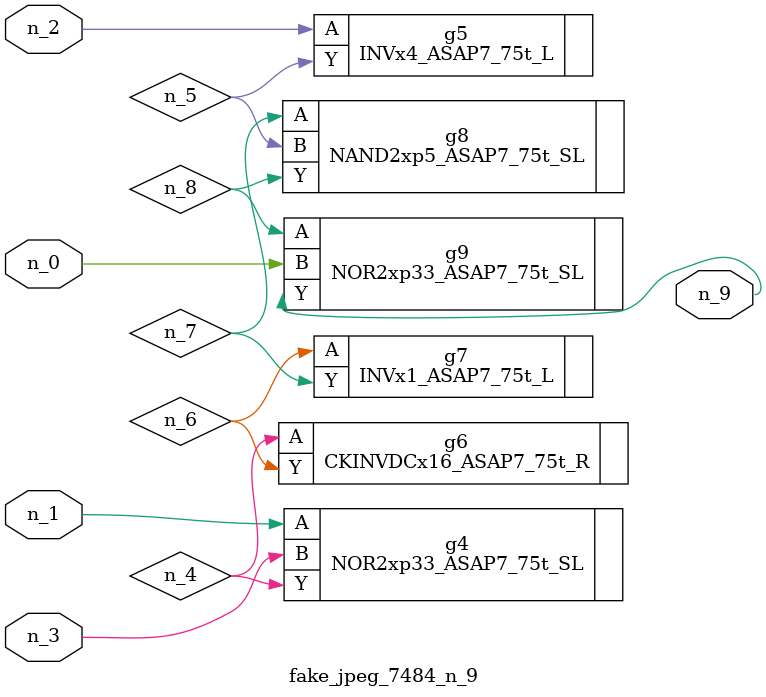
<source format=v>
module fake_jpeg_7484_n_9 (n_0, n_3, n_2, n_1, n_9);

input n_0;
input n_3;
input n_2;
input n_1;

output n_9;

wire n_4;
wire n_8;
wire n_6;
wire n_5;
wire n_7;

NOR2xp33_ASAP7_75t_SL g4 ( 
.A(n_1),
.B(n_3),
.Y(n_4)
);

INVx4_ASAP7_75t_L g5 ( 
.A(n_2),
.Y(n_5)
);

CKINVDCx16_ASAP7_75t_R g6 ( 
.A(n_4),
.Y(n_6)
);

INVx1_ASAP7_75t_L g7 ( 
.A(n_6),
.Y(n_7)
);

NAND2xp5_ASAP7_75t_SL g8 ( 
.A(n_7),
.B(n_5),
.Y(n_8)
);

NOR2xp33_ASAP7_75t_SL g9 ( 
.A(n_8),
.B(n_0),
.Y(n_9)
);


endmodule
</source>
